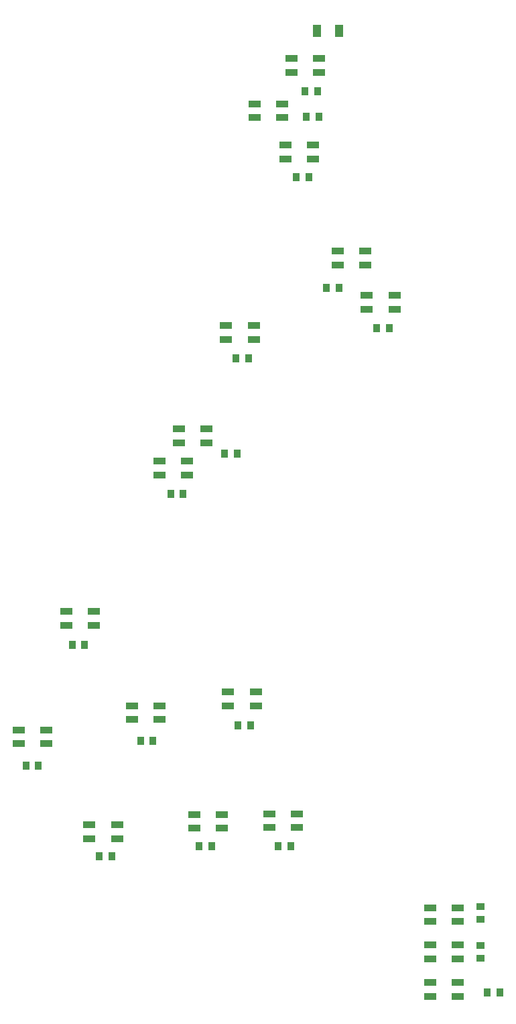
<source format=gtp>
G04 #@! TF.GenerationSoftware,KiCad,Pcbnew,7.0.7*
G04 #@! TF.CreationDate,2023-09-07T11:23:27-07:00*
G04 #@! TF.ProjectId,bivariate-bivalve,62697661-7269-4617-9465-2d626976616c,rev?*
G04 #@! TF.SameCoordinates,Original*
G04 #@! TF.FileFunction,Paste,Top*
G04 #@! TF.FilePolarity,Positive*
%FSLAX46Y46*%
G04 Gerber Fmt 4.6, Leading zero omitted, Abs format (unit mm)*
G04 Created by KiCad (PCBNEW 7.0.7) date 2023-09-07 11:23:27*
%MOMM*%
%LPD*%
G01*
G04 APERTURE LIST*
%ADD10R,1.600000X0.850000*%
%ADD11R,0.940000X1.020000*%
%ADD12R,1.020000X0.940000*%
%ADD13R,1.117600X1.600200*%
G04 APERTURE END LIST*
D10*
G04 #@! TO.C,D17*
X124553900Y-166210000D03*
X124553900Y-167960000D03*
X128053900Y-167960000D03*
X128053900Y-166210000D03*
G04 #@! TD*
G04 #@! TO.C,D4*
X112857200Y-78661280D03*
X112857200Y-80411280D03*
X116357200Y-80411280D03*
X116357200Y-78661280D03*
G04 #@! TD*
G04 #@! TO.C,D3*
X106276060Y-65300880D03*
X106276060Y-67050880D03*
X109776060Y-67050880D03*
X109776060Y-65300880D03*
G04 #@! TD*
G04 #@! TO.C,D8*
X90335020Y-105145860D03*
X90335020Y-106895860D03*
X93835020Y-106895860D03*
X93835020Y-105145860D03*
G04 #@! TD*
G04 #@! TO.C,D2*
X102377160Y-60081180D03*
X102377160Y-61831180D03*
X105877160Y-61831180D03*
X105877160Y-60081180D03*
G04 #@! TD*
G04 #@! TO.C,D18*
X128053900Y-170929320D03*
X128053900Y-172679320D03*
X124553900Y-172679320D03*
X124553900Y-170929320D03*
G04 #@! TD*
G04 #@! TO.C,D16*
X128053900Y-161493220D03*
X128053900Y-163243220D03*
X124553900Y-163243220D03*
X124553900Y-161493220D03*
G04 #@! TD*
D11*
G04 #@! TO.C,C18*
X133355000Y-172165000D03*
X131775000Y-172165000D03*
G04 #@! TD*
D12*
G04 #@! TO.C,C17*
X130925000Y-167875000D03*
X130925000Y-166295000D03*
G04 #@! TD*
G04 #@! TO.C,C16*
X130925000Y-162950000D03*
X130925000Y-161370000D03*
G04 #@! TD*
D13*
G04 #@! TO.C,R3*
X110213000Y-50880000D03*
X113007000Y-50880000D03*
G04 #@! TD*
D10*
G04 #@! TO.C,D15*
X81495820Y-151020800D03*
X81495820Y-152770800D03*
X84995820Y-152770800D03*
X84995820Y-151020800D03*
G04 #@! TD*
G04 #@! TO.C,D14*
X98236840Y-149745720D03*
X98236840Y-151495720D03*
X94736840Y-151495720D03*
X94736840Y-149745720D03*
G04 #@! TD*
G04 #@! TO.C,D13*
X107751680Y-149646660D03*
X107751680Y-151396660D03*
X104251680Y-151396660D03*
X104251680Y-149646660D03*
G04 #@! TD*
G04 #@! TO.C,D12*
X99006580Y-134259340D03*
X99006580Y-136009340D03*
X102506580Y-136009340D03*
X102506580Y-134259340D03*
G04 #@! TD*
G04 #@! TO.C,D11*
X86842520Y-136009400D03*
X86842520Y-137759400D03*
X90342520Y-137759400D03*
X90342520Y-136009400D03*
G04 #@! TD*
G04 #@! TO.C,D10*
X76057560Y-139062480D03*
X76057560Y-140812480D03*
X72557560Y-140812480D03*
X72557560Y-139062480D03*
G04 #@! TD*
G04 #@! TO.C,D9*
X78572280Y-124106960D03*
X78572280Y-125856960D03*
X82072280Y-125856960D03*
X82072280Y-124106960D03*
G04 #@! TD*
G04 #@! TO.C,D7*
X92821680Y-101079320D03*
X92821680Y-102829320D03*
X96321680Y-102829320D03*
X96321680Y-101079320D03*
G04 #@! TD*
G04 #@! TO.C,D6*
X98772900Y-88056740D03*
X98772900Y-89806740D03*
X102272900Y-89806740D03*
X102272900Y-88056740D03*
G04 #@! TD*
G04 #@! TO.C,D5*
X120052900Y-84267060D03*
X120052900Y-86017060D03*
X116552900Y-86017060D03*
X116552900Y-84267060D03*
G04 #@! TD*
G04 #@! TO.C,D1*
X110520280Y-54371260D03*
X110520280Y-56121260D03*
X107020280Y-56121260D03*
X107020280Y-54371260D03*
G04 #@! TD*
D11*
G04 #@! TO.C,C15*
X82725000Y-155020000D03*
X84305000Y-155020000D03*
G04 #@! TD*
G04 #@! TO.C,C14*
X95365000Y-153750000D03*
X96945000Y-153750000D03*
G04 #@! TD*
G04 #@! TO.C,C13*
X105370000Y-153750000D03*
X106950000Y-153750000D03*
G04 #@! TD*
G04 #@! TO.C,C3*
X107645000Y-69295000D03*
X109225000Y-69295000D03*
G04 #@! TD*
G04 #@! TO.C,C2*
X108915000Y-61675000D03*
X110495000Y-61675000D03*
G04 #@! TD*
G04 #@! TO.C,C1*
X108760000Y-58500000D03*
X110340000Y-58500000D03*
G04 #@! TD*
G04 #@! TO.C,C6*
X100025000Y-92155000D03*
X101605000Y-92155000D03*
G04 #@! TD*
G04 #@! TO.C,C5*
X119385000Y-88345000D03*
X117805000Y-88345000D03*
G04 #@! TD*
G04 #@! TO.C,C4*
X113035000Y-83265000D03*
X111455000Y-83265000D03*
G04 #@! TD*
G04 #@! TO.C,C9*
X79335000Y-128350000D03*
X80915000Y-128350000D03*
G04 #@! TD*
G04 #@! TO.C,C8*
X93350000Y-109300000D03*
X91770000Y-109300000D03*
G04 #@! TD*
G04 #@! TO.C,C7*
X98600000Y-104220000D03*
X100180000Y-104220000D03*
G04 #@! TD*
G04 #@! TO.C,C12*
X101870000Y-138510000D03*
X100290000Y-138510000D03*
G04 #@! TD*
G04 #@! TO.C,C11*
X89540000Y-140415000D03*
X87960000Y-140415000D03*
G04 #@! TD*
G04 #@! TO.C,C10*
X75045000Y-143590000D03*
X73465000Y-143590000D03*
G04 #@! TD*
M02*

</source>
